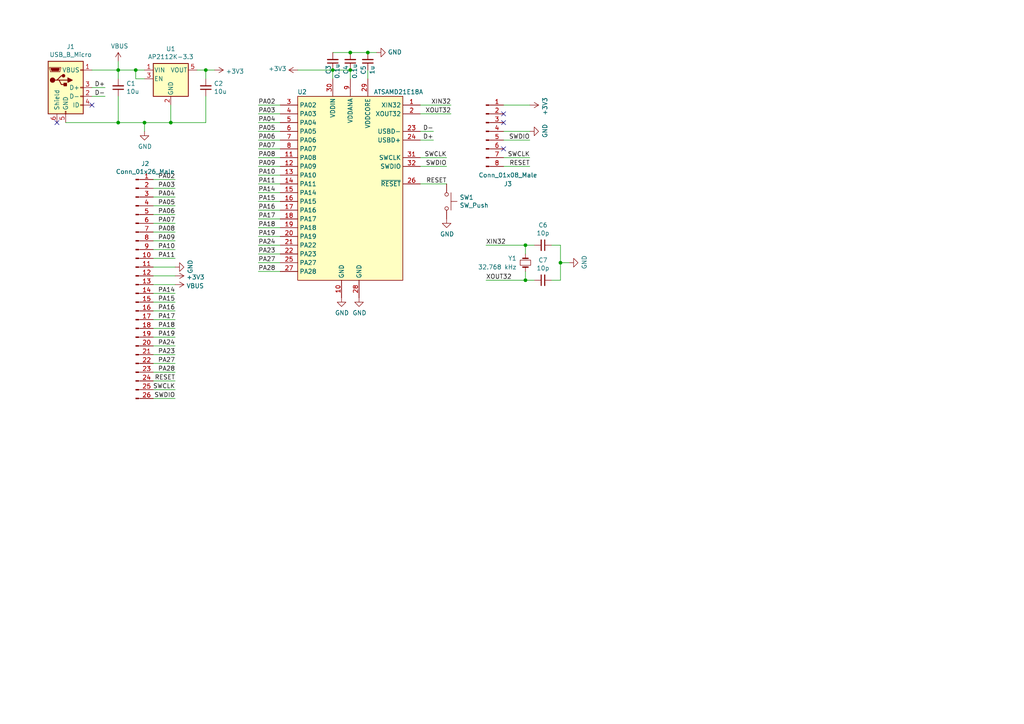
<source format=kicad_sch>
(kicad_sch (version 20211123) (generator eeschema)
  (paper "A4")
  (lib_symbols
    (symbol "Connector:Conn_01x08_Male" (pin_names (offset 1.016) hide)
      (property "Reference" "J" (at 0 10.16 0))
      (property "Value" "Conn_01x08_Male" (at 0 -12.7 0))
      (symbol "Conn_01x08_Male_1_1"
        (polyline (pts (xy 1.27 -10.16) (xy 0.8636 -10.16)) (stroke (width 0.1524)))
        (polyline (pts (xy 1.27 -7.62) (xy 0.8636 -7.62)) (stroke (width 0.1524)))
        (polyline (pts (xy 1.27 -5.08) (xy 0.8636 -5.08)) (stroke (width 0.1524)))
        (polyline (pts (xy 1.27 -2.54) (xy 0.8636 -2.54)) (stroke (width 0.1524)))
        (polyline (pts (xy 1.27 0) (xy 0.8636 0)) (stroke (width 0.1524)))
        (polyline (pts (xy 1.27 2.54) (xy 0.8636 2.54)) (stroke (width 0.1524)))
        (polyline (pts (xy 1.27 5.08) (xy 0.8636 5.08)) (stroke (width 0.1524)))
        (polyline (pts (xy 1.27 7.62) (xy 0.8636 7.62)) (stroke (width 0.1524)))
        (rectangle (start 0.8636 -10.033) (end 0 -10.287) (stroke (width 0.1524)) (fill (type outline)))
        (rectangle (start 0.8636 -7.493) (end 0 -7.747) (stroke (width 0.1524)) (fill (type outline)))
        (rectangle (start 0.8636 -4.953) (end 0 -5.207) (stroke (width 0.1524)) (fill (type outline)))
        (rectangle (start 0.8636 -2.413) (end 0 -2.667) (stroke (width 0.1524)) (fill (type outline)))
        (rectangle (start 0.8636 0.127) (end 0 -0.127) (stroke (width 0.1524)) (fill (type outline)))
        (rectangle (start 0.8636 2.667) (end 0 2.413) (stroke (width 0.1524)) (fill (type outline)))
        (rectangle (start 0.8636 5.207) (end 0 4.953) (stroke (width 0.1524)) (fill (type outline)))
        (rectangle (start 0.8636 7.747) (end 0 7.493) (stroke (width 0.1524)) (fill (type outline)))
        (pin passive line (at 5.08 7.62 180) (length 3.81) (name "Pin_1") (number "1"))
        (pin passive line (at 5.08 5.08 180) (length 3.81) (name "Pin_2") (number "2"))
        (pin passive line (at 5.08 2.54 180) (length 3.81) (name "Pin_3") (number "3"))
        (pin passive line (at 5.08 0 180) (length 3.81) (name "Pin_4") (number "4"))
        (pin passive line (at 5.08 -2.54 180) (length 3.81) (name "Pin_5") (number "5"))
        (pin passive line (at 5.08 -5.08 180) (length 3.81) (name "Pin_6") (number "6"))
        (pin passive line (at 5.08 -7.62 180) (length 3.81) (name "Pin_7") (number "7"))
        (pin passive line (at 5.08 -10.16 180) (length 3.81) (name "Pin_8") (number "8"))
      )
    )
    (symbol "Connector:Conn_01x26_Male" (pin_names (offset 1.016) hide)
      (property "Reference" "J" (at 0 33.02 0))
      (property "Value" "Conn_01x26_Male" (at 0 -35.56 0))
      (symbol "Conn_01x26_Male_1_1"
        (polyline (pts (xy 1.27 -33.02) (xy 0.8636 -33.02)) (stroke (width 0.1524)))
        (polyline (pts (xy 1.27 -30.48) (xy 0.8636 -30.48)) (stroke (width 0.1524)))
        (polyline (pts (xy 1.27 -27.94) (xy 0.8636 -27.94)) (stroke (width 0.1524)))
        (polyline (pts (xy 1.27 -25.4) (xy 0.8636 -25.4)) (stroke (width 0.1524)))
        (polyline (pts (xy 1.27 -22.86) (xy 0.8636 -22.86)) (stroke (width 0.1524)))
        (polyline (pts (xy 1.27 -20.32) (xy 0.8636 -20.32)) (stroke (width 0.1524)))
        (polyline (pts (xy 1.27 -17.78) (xy 0.8636 -17.78)) (stroke (width 0.1524)))
        (polyline (pts (xy 1.27 -15.24) (xy 0.8636 -15.24)) (stroke (width 0.1524)))
        (polyline (pts (xy 1.27 -12.7) (xy 0.8636 -12.7)) (stroke (width 0.1524)))
        (polyline (pts (xy 1.27 -10.16) (xy 0.8636 -10.16)) (stroke (width 0.1524)))
        (polyline (pts (xy 1.27 -7.62) (xy 0.8636 -7.62)) (stroke (width 0.1524)))
        (polyline (pts (xy 1.27 -5.08) (xy 0.8636 -5.08)) (stroke (width 0.1524)))
        (polyline (pts (xy 1.27 -2.54) (xy 0.8636 -2.54)) (stroke (width 0.1524)))
        (polyline (pts (xy 1.27 0) (xy 0.8636 0)) (stroke (width 0.1524)))
        (polyline (pts (xy 1.27 2.54) (xy 0.8636 2.54)) (stroke (width 0.1524)))
        (polyline (pts (xy 1.27 5.08) (xy 0.8636 5.08)) (stroke (width 0.1524)))
        (polyline (pts (xy 1.27 7.62) (xy 0.8636 7.62)) (stroke (width 0.1524)))
        (polyline (pts (xy 1.27 10.16) (xy 0.8636 10.16)) (stroke (width 0.1524)))
        (polyline (pts (xy 1.27 12.7) (xy 0.8636 12.7)) (stroke (width 0.1524)))
        (polyline (pts (xy 1.27 15.24) (xy 0.8636 15.24)) (stroke (width 0.1524)))
        (polyline (pts (xy 1.27 17.78) (xy 0.8636 17.78)) (stroke (width 0.1524)))
        (polyline (pts (xy 1.27 20.32) (xy 0.8636 20.32)) (stroke (width 0.1524)))
        (polyline (pts (xy 1.27 22.86) (xy 0.8636 22.86)) (stroke (width 0.1524)))
        (polyline (pts (xy 1.27 25.4) (xy 0.8636 25.4)) (stroke (width 0.1524)))
        (polyline (pts (xy 1.27 27.94) (xy 0.8636 27.94)) (stroke (width 0.1524)))
        (polyline (pts (xy 1.27 30.48) (xy 0.8636 30.48)) (stroke (width 0.1524)))
        (rectangle (start 0.8636 -32.893) (end 0 -33.147) (stroke (width 0.1524)) (fill (type outline)))
        (rectangle (start 0.8636 -30.353) (end 0 -30.607) (stroke (width 0.1524)) (fill (type outline)))
        (rectangle (start 0.8636 -27.813) (end 0 -28.067) (stroke (width 0.1524)) (fill (type outline)))
        (rectangle (start 0.8636 -25.273) (end 0 -25.527) (stroke (width 0.1524)) (fill (type outline)))
        (rectangle (start 0.8636 -22.733) (end 0 -22.987) (stroke (width 0.1524)) (fill (type outline)))
        (rectangle (start 0.8636 -20.193) (end 0 -20.447) (stroke (width 0.1524)) (fill (type outline)))
        (rectangle (start 0.8636 -17.653) (end 0 -17.907) (stroke (width 0.1524)) (fill (type outline)))
        (rectangle (start 0.8636 -15.113) (end 0 -15.367) (stroke (width 0.1524)) (fill (type outline)))
        (rectangle (start 0.8636 -12.573) (end 0 -12.827) (stroke (width 0.1524)) (fill (type outline)))
        (rectangle (start 0.8636 -10.033) (end 0 -10.287) (stroke (width 0.1524)) (fill (type outline)))
        (rectangle (start 0.8636 -7.493) (end 0 -7.747) (stroke (width 0.1524)) (fill (type outline)))
        (rectangle (start 0.8636 -4.953) (end 0 -5.207) (stroke (width 0.1524)) (fill (type outline)))
        (rectangle (start 0.8636 -2.413) (end 0 -2.667) (stroke (width 0.1524)) (fill (type outline)))
        (rectangle (start 0.8636 0.127) (end 0 -0.127) (stroke (width 0.1524)) (fill (type outline)))
        (rectangle (start 0.8636 2.667) (end 0 2.413) (stroke (width 0.1524)) (fill (type outline)))
        (rectangle (start 0.8636 5.207) (end 0 4.953) (stroke (width 0.1524)) (fill (type outline)))
        (rectangle (start 0.8636 7.747) (end 0 7.493) (stroke (width 0.1524)) (fill (type outline)))
        (rectangle (start 0.8636 10.287) (end 0 10.033) (stroke (width 0.1524)) (fill (type outline)))
        (rectangle (start 0.8636 12.827) (end 0 12.573) (stroke (width 0.1524)) (fill (type outline)))
        (rectangle (start 0.8636 15.367) (end 0 15.113) (stroke (width 0.1524)) (fill (type outline)))
        (rectangle (start 0.8636 17.907) (end 0 17.653) (stroke (width 0.1524)) (fill (type outline)))
        (rectangle (start 0.8636 20.447) (end 0 20.193) (stroke (width 0.1524)) (fill (type outline)))
        (rectangle (start 0.8636 22.987) (end 0 22.733) (stroke (width 0.1524)) (fill (type outline)))
        (rectangle (start 0.8636 25.527) (end 0 25.273) (stroke (width 0.1524)) (fill (type outline)))
        (rectangle (start 0.8636 28.067) (end 0 27.813) (stroke (width 0.1524)) (fill (type outline)))
        (rectangle (start 0.8636 30.607) (end 0 30.353) (stroke (width 0.1524)) (fill (type outline)))
        (pin passive line (at 5.08 30.48 180) (length 3.81) (name "Pin_1") (number "1"))
        (pin passive line (at 5.08 7.62 180) (length 3.81) (name "Pin_10") (number "10"))
        (pin passive line (at 5.08 5.08 180) (length 3.81) (name "Pin_11") (number "11"))
        (pin passive line (at 5.08 2.54 180) (length 3.81) (name "Pin_12") (number "12"))
        (pin passive line (at 5.08 0 180) (length 3.81) (name "Pin_13") (number "13"))
        (pin passive line (at 5.08 -2.54 180) (length 3.81) (name "Pin_14") (number "14"))
        (pin passive line (at 5.08 -5.08 180) (length 3.81) (name "Pin_15") (number "15"))
        (pin passive line (at 5.08 -7.62 180) (length 3.81) (name "Pin_16") (number "16"))
        (pin passive line (at 5.08 -10.16 180) (length 3.81) (name "Pin_17") (number "17"))
        (pin passive line (at 5.08 -12.7 180) (length 3.81) (name "Pin_18") (number "18"))
        (pin passive line (at 5.08 -15.24 180) (length 3.81) (name "Pin_19") (number "19"))
        (pin passive line (at 5.08 27.94 180) (length 3.81) (name "Pin_2") (number "2"))
        (pin passive line (at 5.08 -17.78 180) (length 3.81) (name "Pin_20") (number "20"))
        (pin passive line (at 5.08 -20.32 180) (length 3.81) (name "Pin_21") (number "21"))
        (pin passive line (at 5.08 -22.86 180) (length 3.81) (name "Pin_22") (number "22"))
        (pin passive line (at 5.08 -25.4 180) (length 3.81) (name "Pin_23") (number "23"))
        (pin passive line (at 5.08 -27.94 180) (length 3.81) (name "Pin_24") (number "24"))
        (pin passive line (at 5.08 -30.48 180) (length 3.81) (name "Pin_25") (number "25"))
        (pin passive line (at 5.08 -33.02 180) (length 3.81) (name "Pin_26") (number "26"))
        (pin passive line (at 5.08 25.4 180) (length 3.81) (name "Pin_3") (number "3"))
        (pin passive line (at 5.08 22.86 180) (length 3.81) (name "Pin_4") (number "4"))
        (pin passive line (at 5.08 20.32 180) (length 3.81) (name "Pin_5") (number "5"))
        (pin passive line (at 5.08 17.78 180) (length 3.81) (name "Pin_6") (number "6"))
        (pin passive line (at 5.08 15.24 180) (length 3.81) (name "Pin_7") (number "7"))
        (pin passive line (at 5.08 12.7 180) (length 3.81) (name "Pin_8") (number "8"))
        (pin passive line (at 5.08 10.16 180) (length 3.81) (name "Pin_9") (number "9"))
      )
    )
    (symbol "Connector:USB_B_Micro" (pin_names (offset 1.016))
      (property "Reference" "J" (at -5.08 11.43 0))
      (property "Value" "USB_B_Micro" (at -5.08 8.89 0))
      (symbol "USB_B_Micro_0_1"
        (rectangle (start -5.08 -7.62) (end 5.08 7.62) (stroke (width 0.254)) (fill (type background)))
        (circle (center -3.81 2.159) (radius 0.635) (stroke (width 0.254)) (fill (type outline)))
        (circle (center -0.635 3.429) (radius 0.381) (stroke (width 0.254)) (fill (type outline)))
        (rectangle (start -0.127 -7.62) (end 0.127 -6.858))
        (polyline (pts (xy -1.905 2.159) (xy 0.635 2.159)) (stroke (width 0.254)))
        (polyline (pts (xy -3.175 2.159) (xy -2.54 2.159) (xy -1.27 3.429) (xy -0.635 3.429)) (stroke (width 0.254)))
        (polyline (pts (xy -2.54 2.159) (xy -1.905 2.159) (xy -1.27 0.889) (xy 0 0.889)) (stroke (width 0.254)))
        (polyline (pts (xy 0.635 2.794) (xy 0.635 1.524) (xy 1.905 2.159) (xy 0.635 2.794)) (stroke (width 0.254)) (fill (type outline)))
        (polyline (pts (xy -4.318 5.588) (xy -1.778 5.588) (xy -2.032 4.826) (xy -4.064 4.826) (xy -4.318 5.588)) (fill (type outline)))
        (polyline (pts (xy -4.699 5.842) (xy -4.699 5.588) (xy -4.445 4.826) (xy -4.445 4.572) (xy -1.651 4.572) (xy -1.651 4.826) (xy -1.397 5.588) (xy -1.397 5.842) (xy -4.699 5.842)))
        (rectangle (start 0.254 1.27) (end -0.508 0.508) (stroke (width 0.254)) (fill (type outline)))
        (rectangle (start 5.08 -5.207) (end 4.318 -4.953))
        (rectangle (start 5.08 -2.667) (end 4.318 -2.413))
        (rectangle (start 5.08 -0.127) (end 4.318 0.127))
        (rectangle (start 5.08 4.953) (end 4.318 5.207))
      )
      (symbol "USB_B_Micro_1_1"
        (pin power_out line (at 7.62 5.08 180) (length 2.54) (name "VBUS") (number "1"))
        (pin bidirectional line (at 7.62 -2.54 180) (length 2.54) (name "D-") (number "2"))
        (pin bidirectional line (at 7.62 0 180) (length 2.54) (name "D+") (number "3"))
        (pin passive line (at 7.62 -5.08 180) (length 2.54) (name "ID") (number "4"))
        (pin power_out line (at 0 -10.16 90) (length 2.54) (name "GND") (number "5"))
        (pin passive line (at -2.54 -10.16 90) (length 2.54) (name "Shield") (number "6"))
      )
    )
    (symbol "Device:C_Small" (pin_numbers hide) (pin_names (offset 0.254) hide)
      (property "Reference" "C" (at 0.254 1.778 0))
      (property "Value" "C_Small" (at 0.254 -2.032 0))
      (symbol "C_Small_0_1"
        (polyline (pts (xy -1.524 -0.508) (xy 1.524 -0.508)) (stroke (width 0.3302)))
        (polyline (pts (xy -1.524 0.508) (xy 1.524 0.508)) (stroke (width 0.3048)))
      )
      (symbol "C_Small_1_1"
        (pin passive line (at 0 2.54 270) (length 2.032) (name "~") (number "1"))
        (pin passive line (at 0 -2.54 90) (length 2.032) (name "~") (number "2"))
      )
    )
    (symbol "Device:Crystal_Small" (pin_numbers hide) (pin_names (offset 1.016) hide)
      (property "Reference" "Y" (at 0 2.54 0))
      (property "Value" "Crystal_Small" (at 0 -2.54 0))
      (symbol "Crystal_Small_0_1"
        (rectangle (start -0.762 -1.524) (end 0.762 1.524))
        (polyline (pts (xy -1.27 -0.762) (xy -1.27 0.762)) (stroke (width 0.381)))
        (polyline (pts (xy 1.27 -0.762) (xy 1.27 0.762)) (stroke (width 0.381)))
      )
      (symbol "Crystal_Small_1_1"
        (pin passive line (at -2.54 0 0) (length 1.27) (name "1") (number "1"))
        (pin passive line (at 2.54 0 180) (length 1.27) (name "2") (number "2"))
      )
    )
    (symbol "Regulator_Linear:AP2112K-3.3" (pin_names (offset 0.254))
      (property "Reference" "U" (at -5.08 5.715 0))
      (property "Value" "AP2112K-3.3" (at 0 5.715 0))
      (symbol "AP2112K-3.3_0_1"
        (rectangle (start -5.08 4.445) (end 5.08 -5.08) (stroke (width 0.254)) (fill (type background)))
      )
      (symbol "AP2112K-3.3_1_1"
        (pin power_in line (at -7.62 2.54 0) (length 2.54) (name "VIN") (number "1"))
        (pin power_in line (at 0 -7.62 90) (length 2.54) (name "GND") (number "2"))
        (pin input line (at -7.62 0 0) (length 2.54) (name "EN") (number "3"))
        (pin no_connect line (at 5.08 0 180) (length 2.54) hide (name "NC") (number "4"))
        (pin power_out line (at 7.62 2.54 180) (length 2.54) (name "VOUT") (number "5"))
      )
    )
    (symbol "Switch:SW_Push" (pin_numbers hide) (pin_names (offset 1.016) hide)
      (property "Reference" "SW" (at 1.27 2.54 0))
      (property "Value" "SW_Push" (at 0 -1.524 0))
      (symbol "SW_Push_0_1"
        (circle (center -2.032 0) (radius 0.508))
        (polyline (pts (xy 0 1.27) (xy 0 3.048)))
        (polyline (pts (xy 2.54 1.27) (xy -2.54 1.27)))
        (circle (center 2.032 0) (radius 0.508))
        (pin passive line (at -5.08 0 0) (length 2.54) (name "1") (number "1"))
        (pin passive line (at 5.08 0 180) (length 2.54) (name "2") (number "2"))
      )
    )
    (symbol "power:+3.3V" (power) (pin_names (offset 0))
      (property "Value" "+3.3V" (at 0 3.556 0))
      (symbol "+3.3V_0_1"
        (polyline (pts (xy -0.762 1.27) (xy 0 2.54)))
        (polyline (pts (xy 0 0) (xy 0 2.54)))
        (polyline (pts (xy 0 2.54) (xy 0.762 1.27)))
      )
      (symbol "+3.3V_1_1"
        (pin power_in line (at 0 0 90) (length 0) hide (name "+3V3") (number "1"))
      )
    )
    (symbol "power:GND" (power) (pin_names (offset 0))
      (property "Value" "GND" (at 0 -3.81 0))
      (symbol "GND_0_1"
        (polyline (pts (xy 0 0) (xy 0 -1.27) (xy 1.27 -1.27) (xy 0 -2.54) (xy -1.27 -1.27) (xy 0 -1.27)))
      )
      (symbol "GND_1_1"
        (pin power_in line (at 0 0 270) (length 0) hide (name "GND") (number "1"))
      )
    )
    (symbol "power:VBUS" (power) (pin_names (offset 0))
      (property "Value" "VBUS" (at 0 3.81 0))
      (symbol "VBUS_0_1"
        (polyline (pts (xy -0.762 1.27) (xy 0 2.54)))
        (polyline (pts (xy 0 0) (xy 0 2.54)))
        (polyline (pts (xy 0 2.54) (xy 0.762 1.27)))
      )
      (symbol "VBUS_1_1"
        (pin power_in line (at 0 0 90) (length 0) hide (name "VBUS") (number "1"))
      )
    )
    (symbol "samd21e_breakout:ATSAMD21E18A-AXX"
      (property "Reference" "U" (at -13.97 27.94 0))
      (property "Value" "ATSAMD21E18A-AXX" (at 16.51 27.94 0))
      (symbol "ATSAMD21E18A-AXX_0_1"
        (rectangle (start -15.24 26.67) (end 15.24 -26.67) (stroke (width 0.2032)) (fill (type background)))
      )
      (symbol "ATSAMD21E18A-AXX_1_1"
        (pin bidirectional line (at 20.32 24.13 180) (length 5.08) (name "XIN32") (number "1"))
        (pin power_in line (at -2.54 -31.75 90) (length 5.08) (name "GND") (number "10"))
        (pin bidirectional line (at -20.32 8.89 0) (length 5.08) (name "PA08") (number "11"))
        (pin bidirectional line (at -20.32 6.35 0) (length 5.08) (name "PA09") (number "12"))
        (pin bidirectional line (at -20.32 3.81 0) (length 5.08) (name "PA10") (number "13"))
        (pin bidirectional line (at -20.32 1.27 0) (length 5.08) (name "PA11") (number "14"))
        (pin bidirectional line (at -20.32 -1.27 0) (length 5.08) (name "PA14") (number "15"))
        (pin bidirectional line (at -20.32 -3.81 0) (length 5.08) (name "PA15") (number "16"))
        (pin bidirectional line (at -20.32 -6.35 0) (length 5.08) (name "PA16") (number "17"))
        (pin bidirectional line (at -20.32 -8.89 0) (length 5.08) (name "PA17") (number "18"))
        (pin bidirectional line (at -20.32 -11.43 0) (length 5.08) (name "PA18") (number "19"))
        (pin bidirectional line (at 20.32 21.59 180) (length 5.08) (name "XOUT32") (number "2"))
        (pin bidirectional line (at -20.32 -13.97 0) (length 5.08) (name "PA19") (number "20"))
        (pin bidirectional line (at -20.32 -16.51 0) (length 5.08) (name "PA22") (number "21"))
        (pin bidirectional line (at -20.32 -19.05 0) (length 5.08) (name "PA23") (number "22"))
        (pin bidirectional line (at 20.32 16.51 180) (length 5.08) (name "USBD-") (number "23"))
        (pin bidirectional line (at 20.32 13.97 180) (length 5.08) (name "USBD+") (number "24"))
        (pin bidirectional line (at -20.32 -21.59 0) (length 5.08) (name "PA27") (number "25"))
        (pin input line (at 20.32 1.27 180) (length 5.08) (name "~{RESET}") (number "26"))
        (pin bidirectional line (at -20.32 -24.13 0) (length 5.08) (name "PA28") (number "27"))
        (pin power_in line (at 2.54 -31.75 90) (length 5.08) (name "GND") (number "28"))
        (pin power_out line (at 5.08 31.75 270) (length 5.08) (name "VDDCORE") (number "29"))
        (pin bidirectional line (at -20.32 24.13 0) (length 5.08) (name "PA02") (number "3"))
        (pin power_in line (at -5.08 31.75 270) (length 5.08) (name "VDDIN") (number "30"))
        (pin bidirectional line (at 20.32 8.89 180) (length 5.08) (name "SWCLK") (number "31"))
        (pin bidirectional line (at 20.32 6.35 180) (length 5.08) (name "SWDIO") (number "32"))
        (pin bidirectional line (at -20.32 21.59 0) (length 5.08) (name "PA03") (number "4"))
        (pin bidirectional line (at -20.32 19.05 0) (length 5.08) (name "PA04") (number "5"))
        (pin bidirectional line (at -20.32 16.51 0) (length 5.08) (name "PA05") (number "6"))
        (pin bidirectional line (at -20.32 13.97 0) (length 5.08) (name "PA06") (number "7"))
        (pin bidirectional line (at -20.32 11.43 0) (length 5.08) (name "PA07") (number "8"))
        (pin power_in line (at 0 31.75 270) (length 5.08) (name "VDDANA") (number "9"))
      )
    )
  )
  (junction (at 34.29 20.32))
  (junction (at 152.4 71.12))
  (junction (at 162.56 76.2))
  (junction (at 59.69 20.32))
  (junction (at 101.6 20.32))
  (junction (at 152.4 81.28))
  (junction (at 39.37 20.32))
  (junction (at 96.52 20.32))
  (junction (at 49.53 35.56))
  (junction (at 106.68 15.24))
  (junction (at 41.91 35.56))
  (junction (at 34.29 35.56))
  (junction (at 101.6 15.24))
  (no_connect (at 146.05 35.56))
  (no_connect (at 16.51 35.56))
  (no_connect (at 26.67 30.48))
  (no_connect (at 146.05 43.18))
  (no_connect (at 146.05 33.02))
  (wire (pts (xy 44.45 115.57) (xy 50.8 115.57)))
  (wire (pts (xy 44.45 57.15) (xy 50.8 57.15)))
  (wire (pts (xy 153.67 30.48) (xy 146.05 30.48)))
  (wire (pts (xy 81.28 53.34) (xy 74.93 53.34)))
  (wire (pts (xy 96.52 20.32) (xy 86.36 20.32)))
  (wire (pts (xy 50.8 107.95) (xy 44.45 107.95)))
  (wire (pts (xy 41.91 35.56) (xy 49.53 35.56)))
  (wire (pts (xy 74.93 30.48) (xy 81.28 30.48)))
  (wire (pts (xy 44.45 52.07) (xy 50.8 52.07)))
  (wire (pts (xy 26.67 20.32) (xy 34.29 20.32)))
  (wire (pts (xy 50.8 74.93) (xy 44.45 74.93)))
  (wire (pts (xy 44.45 105.41) (xy 50.8 105.41)))
  (wire (pts (xy 44.45 77.47) (xy 50.8 77.47)))
  (wire (pts (xy 101.6 22.86) (xy 101.6 20.32)))
  (wire (pts (xy 153.67 48.26) (xy 146.05 48.26)))
  (wire (pts (xy 19.05 35.56) (xy 34.29 35.56)))
  (wire (pts (xy 59.69 35.56) (xy 49.53 35.56)))
  (wire (pts (xy 81.28 58.42) (xy 74.93 58.42)))
  (wire (pts (xy 44.45 110.49) (xy 50.8 110.49)))
  (wire (pts (xy 34.29 20.32) (xy 39.37 20.32)))
  (wire (pts (xy 121.92 30.48) (xy 130.81 30.48)))
  (wire (pts (xy 152.4 73.66) (xy 152.4 71.12)))
  (wire (pts (xy 96.52 22.86) (xy 96.52 20.32)))
  (wire (pts (xy 50.8 102.87) (xy 44.45 102.87)))
  (wire (pts (xy 101.6 20.32) (xy 96.52 20.32)))
  (wire (pts (xy 121.92 38.1) (xy 125.73 38.1)))
  (wire (pts (xy 59.69 27.94) (xy 59.69 35.56)))
  (wire (pts (xy 81.28 33.02) (xy 74.93 33.02)))
  (wire (pts (xy 152.4 71.12) (xy 154.94 71.12)))
  (wire (pts (xy 74.93 66.04) (xy 81.28 66.04)))
  (wire (pts (xy 34.29 22.86) (xy 34.29 20.32)))
  (wire (pts (xy 39.37 20.32) (xy 41.91 20.32)))
  (wire (pts (xy 74.93 71.12) (xy 81.28 71.12)))
  (wire (pts (xy 121.92 53.34) (xy 129.54 53.34)))
  (wire (pts (xy 81.28 43.18) (xy 74.93 43.18)))
  (wire (pts (xy 44.45 90.17) (xy 50.8 90.17)))
  (wire (pts (xy 50.8 92.71) (xy 44.45 92.71)))
  (wire (pts (xy 44.45 72.39) (xy 50.8 72.39)))
  (wire (pts (xy 74.93 55.88) (xy 81.28 55.88)))
  (wire (pts (xy 44.45 67.31) (xy 50.8 67.31)))
  (wire (pts (xy 49.53 35.56) (xy 49.53 30.48)))
  (wire (pts (xy 39.37 22.86) (xy 39.37 20.32)))
  (wire (pts (xy 57.15 20.32) (xy 59.69 20.32)))
  (wire (pts (xy 106.68 22.86) (xy 106.68 20.32)))
  (wire (pts (xy 30.48 25.4) (xy 26.67 25.4)))
  (wire (pts (xy 44.45 100.33) (xy 50.8 100.33)))
  (wire (pts (xy 162.56 71.12) (xy 162.56 76.2)))
  (wire (pts (xy 50.8 97.79) (xy 44.45 97.79)))
  (wire (pts (xy 81.28 48.26) (xy 74.93 48.26)))
  (wire (pts (xy 44.45 85.09) (xy 50.8 85.09)))
  (wire (pts (xy 162.56 76.2) (xy 165.1 76.2)))
  (wire (pts (xy 41.91 38.1) (xy 41.91 35.56)))
  (wire (pts (xy 121.92 48.26) (xy 129.54 48.26)))
  (wire (pts (xy 74.93 35.56) (xy 81.28 35.56)))
  (wire (pts (xy 34.29 35.56) (xy 41.91 35.56)))
  (wire (pts (xy 152.4 81.28) (xy 154.94 81.28)))
  (wire (pts (xy 81.28 78.74) (xy 74.93 78.74)))
  (wire (pts (xy 140.97 71.12) (xy 152.4 71.12)))
  (wire (pts (xy 96.52 15.24) (xy 101.6 15.24)))
  (wire (pts (xy 50.8 69.85) (xy 44.45 69.85)))
  (wire (pts (xy 74.93 45.72) (xy 81.28 45.72)))
  (wire (pts (xy 74.93 76.2) (xy 81.28 76.2)))
  (wire (pts (xy 50.8 59.69) (xy 44.45 59.69)))
  (wire (pts (xy 146.05 45.72) (xy 153.67 45.72)))
  (wire (pts (xy 153.67 40.64) (xy 146.05 40.64)))
  (wire (pts (xy 50.8 54.61) (xy 44.45 54.61)))
  (wire (pts (xy 74.93 60.96) (xy 81.28 60.96)))
  (wire (pts (xy 106.68 15.24) (xy 109.22 15.24)))
  (wire (pts (xy 50.8 64.77) (xy 44.45 64.77)))
  (wire (pts (xy 140.97 81.28) (xy 152.4 81.28)))
  (wire (pts (xy 121.92 33.02) (xy 130.81 33.02)))
  (wire (pts (xy 34.29 35.56) (xy 34.29 27.94)))
  (wire (pts (xy 44.45 82.55) (xy 50.8 82.55)))
  (wire (pts (xy 125.73 40.64) (xy 121.92 40.64)))
  (wire (pts (xy 44.45 95.25) (xy 50.8 95.25)))
  (wire (pts (xy 81.28 73.66) (xy 74.93 73.66)))
  (wire (pts (xy 74.93 50.8) (xy 81.28 50.8)))
  (wire (pts (xy 59.69 20.32) (xy 62.23 20.32)))
  (wire (pts (xy 129.54 45.72) (xy 121.92 45.72)))
  (wire (pts (xy 26.67 27.94) (xy 30.48 27.94)))
  (wire (pts (xy 74.93 40.64) (xy 81.28 40.64)))
  (wire (pts (xy 81.28 68.58) (xy 74.93 68.58)))
  (wire (pts (xy 59.69 22.86) (xy 59.69 20.32)))
  (wire (pts (xy 152.4 78.74) (xy 152.4 81.28)))
  (wire (pts (xy 34.29 17.78) (xy 34.29 20.32)))
  (wire (pts (xy 162.56 76.2) (xy 162.56 81.28)))
  (wire (pts (xy 50.8 87.63) (xy 44.45 87.63)))
  (wire (pts (xy 146.05 38.1) (xy 153.67 38.1)))
  (wire (pts (xy 101.6 15.24) (xy 106.68 15.24)))
  (wire (pts (xy 41.91 22.86) (xy 39.37 22.86)))
  (wire (pts (xy 44.45 62.23) (xy 50.8 62.23)))
  (wire (pts (xy 81.28 38.1) (xy 74.93 38.1)))
  (wire (pts (xy 81.28 63.5) (xy 74.93 63.5)))
  (wire (pts (xy 162.56 81.28) (xy 160.02 81.28)))
  (wire (pts (xy 50.8 113.03) (xy 44.45 113.03)))
  (wire (pts (xy 160.02 71.12) (xy 162.56 71.12)))
  (wire (pts (xy 50.8 80.01) (xy 44.45 80.01)))
  (label "PA15" (at 50.8 87.63 180))
  (label "SWCLK" (at 50.8 113.03 180))
  (label "PA14" (at 50.8 85.09 180))
  (label "PA08" (at 50.8 67.31 180))
  (label "SWDIO" (at 153.67 40.64 180))
  (label "RESET" (at 153.67 48.26 180))
  (label "PA03" (at 50.8 54.61 180))
  (label "XIN32" (at 140.97 71.12 0))
  (label "SWDIO" (at 129.54 48.26 180))
  (label "PA09" (at 74.93 48.26 0))
  (label "PA23" (at 50.8 102.87 180))
  (label "PA04" (at 50.8 57.15 180))
  (label "PA17" (at 50.8 92.71 180))
  (label "PA19" (at 74.93 68.58 0))
  (label "PA23" (at 74.93 73.66 0))
  (label "D-" (at 30.48 27.94 180))
  (label "RESET" (at 129.54 53.34 180))
  (label "XIN32" (at 130.81 30.48 180))
  (label "PA10" (at 50.8 72.39 180))
  (label "SWCLK" (at 129.54 45.72 180))
  (label "D+" (at 125.73 40.64 180))
  (label "PA05" (at 74.93 38.1 0))
  (label "D+" (at 30.48 25.4 180))
  (label "PA09" (at 50.8 69.85 180))
  (label "PA08" (at 74.93 45.72 0))
  (label "PA28" (at 50.8 107.95 180))
  (label "PA03" (at 74.93 33.02 0))
  (label "SWDIO" (at 50.8 115.57 180))
  (label "PA04" (at 74.93 35.56 0))
  (label "PA27" (at 74.93 76.2 0))
  (label "PA16" (at 74.93 60.96 0))
  (label "PA14" (at 74.93 55.88 0))
  (label "PA05" (at 50.8 59.69 180))
  (label "D-" (at 125.73 38.1 180))
  (label "XOUT32" (at 140.97 81.28 0))
  (label "PA10" (at 74.93 50.8 0))
  (label "PA11" (at 74.93 53.34 0))
  (label "PA17" (at 74.93 63.5 0))
  (label "PA24" (at 50.8 100.33 180))
  (label "SWCLK" (at 153.67 45.72 180))
  (label "XOUT32" (at 130.81 33.02 180))
  (label "PA07" (at 74.93 43.18 0))
  (label "PA24" (at 74.93 71.12 0))
  (label "PA18" (at 50.8 95.25 180))
  (label "PA19" (at 50.8 97.79 180))
  (label "PA16" (at 50.8 90.17 180))
  (label "PA15" (at 74.93 58.42 0))
  (label "PA28" (at 74.93 78.74 0))
  (label "PA11" (at 50.8 74.93 180))
  (label "PA06" (at 74.93 40.64 0))
  (label "PA02" (at 50.8 52.07 180))
  (label "PA02" (at 74.93 30.48 0))
  (label "PA06" (at 50.8 62.23 180))
  (label "RESET" (at 50.8 110.49 180))
  (label "PA07" (at 50.8 64.77 180))
  (label "PA27" (at 50.8 105.41 180))
  (label "PA18" (at 74.93 66.04 0))
  (symbol (lib_id "samd21e_breakout:ATSAMD21E18A-AXX") (at 101.6 54.61 0) (unit 1)
    (property "Reference" "U2" (at 87.63 26.67 0))
    (property "Value" "ATSAMD21E18A" (at 115.57 26.67 0))
    (property "Footprint" "samd21e_breakout:TQFP-32_NoSilk" (effects hide))
  )
  (symbol (lib_id "power:GND") (at 99.06 86.36 0) (unit 1)
    (property "Reference" "#PWR04" (effects hide))
    (property "Value" "GND" (at 99.187 90.7542 0))
  )
  (symbol (lib_id "Device:C_Small") (at 106.68 17.78 180) (unit 1)
    (property "Reference" "C5" (at 105.41 20.32 90))
    (property "Value" "1u" (at 107.95 20.32 90))
    (property "Footprint" "samd21e_breakout:C_0603_NoSilk" (effects hide))
  )
  (symbol (lib_id "Device:Crystal_Small") (at 152.4 76.2 270) (unit 1)
    (property "Reference" "Y1" (at 149.86 74.93 90) (effects (justify right)))
    (property "Value" "32.768 kHz" (at 149.86 77.47 90) (effects (justify right)))
    (property "Footprint" "samd21e_breakout:CM7V-T1A" (effects hide))
  )
  (symbol (lib_id "Device:C_Small") (at 96.52 17.78 180) (unit 1)
    (property "Reference" "C3" (at 95.25 21.59 90) (effects (justify right)))
    (property "Value" "0.1u" (at 97.79 22.86 90) (effects (justify right)))
    (property "Footprint" "samd21e_breakout:C_0603_NoSilk" (effects hide))
  )
  (symbol (lib_id "Connector:USB_B_Micro") (at 19.05 25.4 0) (unit 1)
    (property "Reference" "J1" (at 20.4978 13.5382 0))
    (property "Value" "USB_B_Micro" (at 20.4978 15.8496 0))
    (property "Footprint" "samd21e_breakout:Molex-105017-0001" (effects hide))
  )
  (symbol (lib_id "Switch:SW_Push") (at 129.54 58.42 270) (unit 1)
    (property "Reference" "SW1" (at 133.2992 57.2516 90) (effects (justify left)))
    (property "Value" "SW_Push" (at 133.2992 59.563 90) (effects (justify left)))
    (property "Footprint" "samd21e_breakout:SW_Push_Alps_SKRK_NoSilk" (effects hide))
  )
  (symbol (lib_id "power:GND") (at 129.54 63.5 0) (unit 1)
    (property "Reference" "#PWR0105" (effects hide))
    (property "Value" "GND" (at 129.667 67.8942 0))
  )
  (symbol (lib_id "power:GND") (at 41.91 38.1 0) (unit 1)
    (property "Reference" "#PWR01" (effects hide))
    (property "Value" "GND" (at 42.037 42.4942 0))
  )
  (symbol (lib_id "Device:C_Small") (at 34.29 25.4 180) (unit 1)
    (property "Reference" "C1" (at 36.6268 24.2316 0) (effects (justify right)))
    (property "Value" "10u" (at 36.6268 26.543 0) (effects (justify right)))
    (property "Footprint" "samd21e_breakout:C_0603_NoSilk" (effects hide))
  )
  (symbol (lib_id "Connector:Conn_01x26_Male") (at 39.37 82.55 0) (unit 1)
    (property "Reference" "J2" (at 42.1132 47.4726 0))
    (property "Value" "Conn_01x26_Male" (at 42.1132 49.784 0))
    (property "Footprint" "samd21e_breakout:PinHeader_2x13_Breadboard_Spaced" (effects hide))
  )
  (symbol (lib_id "Device:C_Small") (at 101.6 17.78 180) (unit 1)
    (property "Reference" "C4" (at 100.33 21.59 90) (effects (justify right)))
    (property "Value" "0.1u" (at 102.87 22.86 90) (effects (justify right)))
    (property "Footprint" "samd21e_breakout:C_0603_NoSilk" (effects hide))
  )
  (symbol (lib_id "power:GND") (at 104.14 86.36 0) (unit 1)
    (property "Reference" "#PWR05" (effects hide))
    (property "Value" "GND" (at 104.267 90.7542 0))
  )
  (symbol (lib_id "power:+3.3V") (at 86.36 20.32 90) (unit 1)
    (property "Reference" "#PWR03" (effects hide))
    (property "Value" "+3.3V" (at 83.1088 19.939 90) (effects (justify left)))
  )
  (symbol (lib_id "power:GND") (at 109.22 15.24 90) (unit 1)
    (property "Reference" "#PWR06" (effects hide))
    (property "Value" "GND" (at 112.4712 15.113 90) (effects (justify right)))
  )
  (symbol (lib_id "Regulator_Linear:AP2112K-3.3") (at 49.53 22.86 0) (unit 1)
    (property "Reference" "U1" (at 49.53 14.1732 0))
    (property "Value" "AP2112K-3.3" (at 49.53 16.4846 0))
    (property "Footprint" "samd21e_breakout:SOT-23-5_NoSilk" (effects hide))
    (property "Datasheet" "https://www.diodes.com/assets/Datasheets/AP2112.pdf" (effects hide))
  )
  (symbol (lib_id "power:VBUS") (at 34.29 17.78 0) (unit 1)
    (property "Reference" "#PWR0101" (effects hide))
    (property "Value" "VBUS" (at 34.671 13.3858 0))
  )
  (symbol (lib_id "power:GND") (at 153.67 38.1 90) (unit 1)
    (property "Reference" "#PWR09" (effects hide))
    (property "Value" "GND" (at 158.0642 37.973 0))
  )
  (symbol (lib_id "power:+3.3V") (at 153.67 30.48 270) (unit 1)
    (property "Reference" "#PWR08" (effects hide))
    (property "Value" "+3.3V" (at 158.0642 30.861 0))
  )
  (symbol (lib_id "power:GND") (at 50.8 77.47 90) (unit 1)
    (property "Reference" "#PWR0102" (effects hide))
    (property "Value" "GND" (at 55.1942 77.343 0))
  )
  (symbol (lib_id "power:+3.3V") (at 50.8 80.01 270) (unit 1)
    (property "Reference" "#PWR0103" (effects hide))
    (property "Value" "+3.3V" (at 54.0512 80.391 90) (effects (justify left)))
  )
  (symbol (lib_id "power:VBUS") (at 50.8 82.55 270) (unit 1)
    (property "Reference" "#PWR0104" (effects hide))
    (property "Value" "VBUS" (at 54.0512 82.931 90) (effects (justify left)))
  )
  (symbol (lib_id "Device:C_Small") (at 59.69 25.4 180) (unit 1)
    (property "Reference" "C2" (at 62.0268 24.2316 0) (effects (justify right)))
    (property "Value" "10u" (at 62.0268 26.543 0) (effects (justify right)))
    (property "Footprint" "samd21e_breakout:C_0603_NoSilk" (effects hide))
  )
  (symbol (lib_id "power:+3.3V") (at 62.23 20.32 270) (unit 1)
    (property "Reference" "#PWR02" (effects hide))
    (property "Value" "+3.3V" (at 65.4812 20.701 90) (effects (justify left)))
  )
  (symbol (lib_id "Connector:Conn_01x08_Male") (at 140.97 38.1 0) (unit 1)
    (property "Reference" "J3" (at 147.32 53.34 0))
    (property "Value" "Conn_01x08_Male" (at 147.32 50.8 0))
    (property "Footprint" "samd21e_breakout:SOIC_clipProgSmall" (effects hide))
  )
  (symbol (lib_id "Device:C_Small") (at 157.48 71.12 270) (unit 1)
    (property "Reference" "C6" (at 157.48 65.3034 90))
    (property "Value" "10p" (at 157.48 67.6148 90))
    (property "Footprint" "samd21e_breakout:C_0603_NoSilk" (effects hide))
  )
  (symbol (lib_id "Device:C_Small") (at 157.48 81.28 90) (unit 1)
    (property "Reference" "C7" (at 157.48 75.4634 90))
    (property "Value" "10p" (at 157.48 77.7748 90))
    (property "Footprint" "samd21e_breakout:C_0603_NoSilk" (effects hide))
  )
  (symbol (lib_id "power:GND") (at 165.1 76.2 90) (unit 1)
    (property "Reference" "#PWR0106" (effects hide))
    (property "Value" "GND" (at 169.4942 76.073 0))
  )
)
</source>
